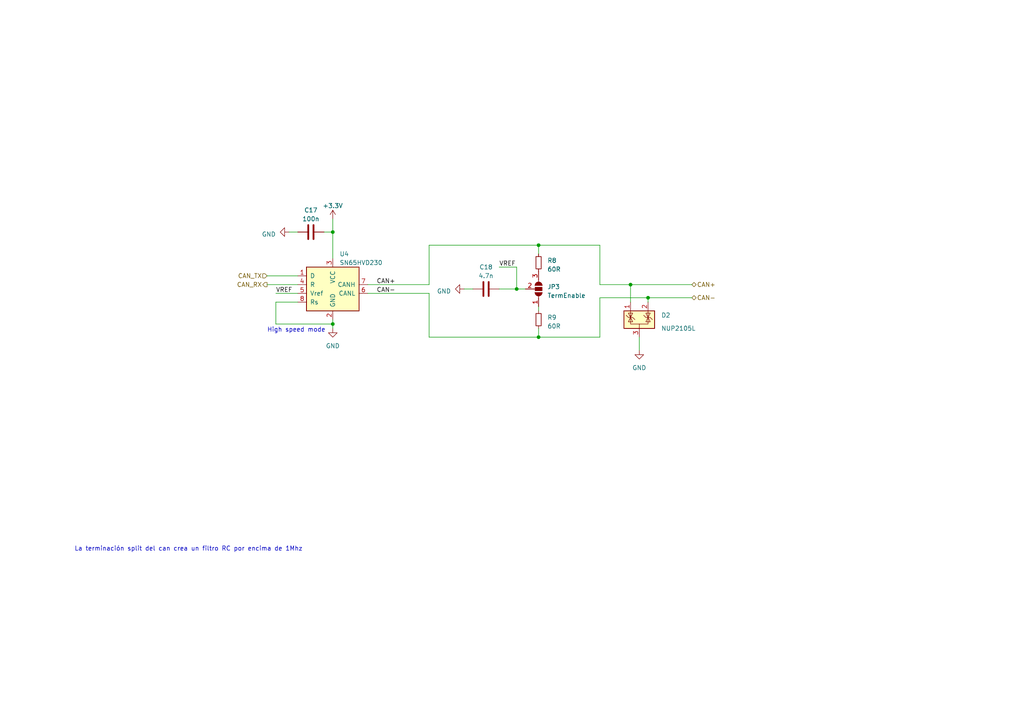
<source format=kicad_sch>
(kicad_sch (version 20230121) (generator eeschema)
  (paper "A4")
  (lib_symbols
    (symbol "Device:C" (pin_numbers hide) (pin_names (offset 0.254))
      (property "Reference" "C" (at 0.635 2.54 0))
      (property "Value" "C" (at 0.635 -2.54 0))
      (symbol "C_0_1"
        (polyline (pts (xy -2.032 -0.762) (xy 2.032 -0.762)) (stroke (width 0.508)))
        (polyline (pts (xy -2.032 0.762) (xy 2.032 0.762)) (stroke (width 0.508)))
      )
      (symbol "C_1_1"
        (pin passive line (at 0 3.81 270) (length 2.794) (name "~") (number "1"))
        (pin passive line (at 0 -3.81 90) (length 2.794) (name "~") (number "2"))
      )
    )
    (symbol "Device:R_Small" (pin_numbers hide) (pin_names (offset 0.254) hide)
      (property "Reference" "R" (at 0.762 0.508 0))
      (property "Value" "R_Small" (at 0.762 -1.016 0))
      (symbol "R_Small_0_1"
        (rectangle (start -0.762 1.778) (end 0.762 -1.778) (stroke (width 0.2032)))
      )
      (symbol "R_Small_1_1"
        (pin passive line (at 0 2.54 270) (length 0.762) (name "~") (number "1"))
        (pin passive line (at 0 -2.54 90) (length 0.762) (name "~") (number "2"))
      )
    )
    (symbol "Interface_CAN_LIN:SN65HVD230" (pin_names (offset 1.016))
      (property "Reference" "U" (at -2.54 10.16 0))
      (property "Value" "SN65HVD230" (at -2.54 7.62 0))
      (symbol "SN65HVD230_0_1"
        (rectangle (start -7.62 5.08) (end 7.62 -7.62) (stroke (width 0.254)) (fill (type background)))
      )
      (symbol "SN65HVD230_1_1"
        (pin input line (at -10.16 2.54 0) (length 2.54) (name "D") (number "1"))
        (pin power_in line (at 0 -10.16 90) (length 2.54) (name "GND") (number "2"))
        (pin power_in line (at 0 7.62 270) (length 2.54) (name "VCC") (number "3"))
        (pin output line (at -10.16 0 0) (length 2.54) (name "R") (number "4"))
        (pin output line (at -10.16 -2.54 0) (length 2.54) (name "Vref") (number "5"))
        (pin bidirectional line (at 10.16 -2.54 180) (length 2.54) (name "CANL") (number "6"))
        (pin bidirectional line (at 10.16 0 180) (length 2.54) (name "CANH") (number "7"))
        (pin input line (at -10.16 -5.08 0) (length 2.54) (name "Rs") (number "8"))
      )
    )
    (symbol "Jumper:SolderJumper_3_Open" (pin_names (offset 0) hide)
      (property "Reference" "JP" (at -2.54 -2.54 0))
      (property "Value" "SolderJumper_3_Open" (at 0 2.794 0))
      (symbol "SolderJumper_3_Open_0_1"
        (arc (start -1.016 1.016) (mid -2.0276 0) (end -1.016 -1.016))
        (arc (start -1.016 1.016) (mid -2.0276 0) (end -1.016 -1.016) (fill (type outline)))
        (rectangle (start -0.508 1.016) (end 0.508 -1.016) (fill (type outline)))
        (polyline (pts (xy -2.54 0) (xy -2.032 0)))
        (polyline (pts (xy -1.016 1.016) (xy -1.016 -1.016)))
        (polyline (pts (xy 0 -1.27) (xy 0 -1.016)))
        (polyline (pts (xy 1.016 1.016) (xy 1.016 -1.016)))
        (polyline (pts (xy 2.54 0) (xy 2.032 0)))
        (arc (start 1.016 -1.016) (mid 2.0276 0) (end 1.016 1.016))
        (arc (start 1.016 -1.016) (mid 2.0276 0) (end 1.016 1.016) (fill (type outline)))
      )
      (symbol "SolderJumper_3_Open_1_1"
        (pin passive line (at -5.08 0 0) (length 2.54) (name "A") (number "1"))
        (pin passive line (at 0 -3.81 90) (length 2.54) (name "C") (number "2"))
        (pin passive line (at 5.08 0 180) (length 2.54) (name "B") (number "3"))
      )
    )
    (symbol "Power_Protection:NUP2105L" (pin_names hide)
      (property "Reference" "D" (at 5.715 2.54 0))
      (property "Value" "NUP2105L" (at 5.715 0.635 0))
      (symbol "NUP2105L_0_0"
        (pin passive line (at 0 -5.08 90) (length 2.54) (name "A") (number "3"))
      )
      (symbol "NUP2105L_0_1"
        (rectangle (start -4.445 2.54) (end 4.445 -2.54) (stroke (width 0.254)) (fill (type background)))
        (polyline (pts (xy -2.54 2.54) (xy -2.54 0.635)))
        (polyline (pts (xy 0 -1.27) (xy 0 -2.54)))
        (polyline (pts (xy 2.54 2.54) (xy 2.54 0.635)))
        (polyline (pts (xy -3.81 1.27) (xy -3.175 0.635) (xy -1.905 0.635) (xy -1.27 0)))
        (polyline (pts (xy -2.54 0.635) (xy -2.54 -1.27) (xy 2.54 -1.27) (xy 2.54 0.635)))
        (polyline (pts (xy -2.54 0.635) (xy -1.905 -0.635) (xy -3.175 -0.635) (xy -2.54 0.635)))
        (polyline (pts (xy 2.54 0.635) (xy 1.905 -0.635) (xy 3.175 -0.635) (xy 2.54 0.635)))
        (polyline (pts (xy 2.54 0.635) (xy 3.175 1.905) (xy 1.905 1.905) (xy 2.54 0.635)))
        (polyline (pts (xy -2.54 0.635) (xy -3.175 1.905) (xy -1.905 1.905) (xy -2.54 0.635) (xy -2.54 1.27)))
        (polyline (pts (xy 1.27 1.27) (xy 1.905 0.635) (xy 2.54 0.635) (xy 3.175 0.635) (xy 3.81 0)))
      )
      (symbol "NUP2105L_1_1"
        (pin passive line (at -2.54 5.08 270) (length 2.54) (name "K") (number "1"))
        (pin passive line (at 2.54 5.08 270) (length 2.54) (name "K") (number "2"))
      )
    )
    (symbol "power:+3.3V" (power) (pin_names (offset 0))
      (property "Value" "+3.3V" (at 0 3.556 0))
      (symbol "+3.3V_0_1"
        (polyline (pts (xy -0.762 1.27) (xy 0 2.54)))
        (polyline (pts (xy 0 0) (xy 0 2.54)))
        (polyline (pts (xy 0 2.54) (xy 0.762 1.27)))
      )
      (symbol "+3.3V_1_1"
        (pin power_in line (at 0 0 90) (length 0) hide (name "+3.3V") (number "1"))
      )
    )
    (symbol "power:GND" (power) (pin_names (offset 0))
      (property "Value" "GND" (at 0 -3.81 0))
      (symbol "GND_0_1"
        (polyline (pts (xy 0 0) (xy 0 -1.27) (xy 1.27 -1.27) (xy 0 -2.54) (xy -1.27 -1.27) (xy 0 -1.27)))
      )
      (symbol "GND_1_1"
        (pin power_in line (at 0 0 270) (length 0) hide (name "GND") (number "1"))
      )
    )
  )
  (junction (at 96.52 93.98))
  (junction (at 187.96 86.36))
  (junction (at 156.21 97.79))
  (junction (at 149.86 83.82))
  (junction (at 96.52 67.31))
  (junction (at 156.21 71.12))
  (junction (at 182.88 82.55))
  (wire (pts (xy 187.96 86.36) (xy 187.96 87.63)))
  (wire (pts (xy 156.21 97.79) (xy 173.99 97.79)))
  (wire (pts (xy 149.86 83.82) (xy 152.4 83.82)))
  (wire (pts (xy 77.47 80.01) (xy 86.36 80.01)))
  (wire (pts (xy 173.99 97.79) (xy 173.99 86.36)))
  (wire (pts (xy 156.21 71.12) (xy 173.99 71.12)))
  (wire (pts (xy 144.78 77.47) (xy 149.86 77.47)))
  (wire (pts (xy 96.52 67.31) (xy 96.52 74.93)))
  (wire (pts (xy 93.98 67.31) (xy 96.52 67.31)))
  (wire (pts (xy 77.47 82.55) (xy 86.36 82.55)))
  (wire (pts (xy 156.21 71.12) (xy 156.21 73.66)))
  (wire (pts (xy 156.21 90.17) (xy 156.21 88.9)))
  (wire (pts (xy 80.01 87.63) (xy 80.01 93.98)))
  (wire (pts (xy 144.78 83.82) (xy 149.86 83.82)))
  (wire (pts (xy 134.62 83.82) (xy 137.16 83.82)))
  (wire (pts (xy 106.68 82.55) (xy 124.46 82.55)))
  (wire (pts (xy 173.99 71.12) (xy 173.99 82.55)))
  (wire (pts (xy 173.99 86.36) (xy 187.96 86.36)))
  (wire (pts (xy 124.46 85.09) (xy 124.46 97.79)))
  (wire (pts (xy 124.46 71.12) (xy 156.21 71.12)))
  (wire (pts (xy 96.52 93.98) (xy 96.52 92.71)))
  (wire (pts (xy 80.01 93.98) (xy 96.52 93.98)))
  (wire (pts (xy 86.36 87.63) (xy 80.01 87.63)))
  (wire (pts (xy 96.52 95.25) (xy 96.52 93.98)))
  (wire (pts (xy 156.21 97.79) (xy 156.21 95.25)))
  (wire (pts (xy 149.86 83.82) (xy 149.86 77.47)))
  (wire (pts (xy 80.01 85.09) (xy 86.36 85.09)))
  (wire (pts (xy 187.96 86.36) (xy 200.66 86.36)))
  (wire (pts (xy 106.68 85.09) (xy 124.46 85.09)))
  (wire (pts (xy 124.46 82.55) (xy 124.46 71.12)))
  (wire (pts (xy 83.82 67.31) (xy 86.36 67.31)))
  (wire (pts (xy 182.88 82.55) (xy 182.88 87.63)))
  (wire (pts (xy 173.99 82.55) (xy 182.88 82.55)))
  (wire (pts (xy 182.88 82.55) (xy 200.66 82.55)))
  (wire (pts (xy 185.42 101.6) (xy 185.42 97.79)))
  (wire (pts (xy 96.52 63.5) (xy 96.52 67.31)))
  (wire (pts (xy 124.46 97.79) (xy 156.21 97.79)))
  (text "High speed mode" (at 77.47 96.52 0) (effects (font (size 1.27 1.27)) (justify left bottom)))
  (text "La terminación split del can crea un filtro RC por encima de 1Mhz" (at 21.59 160.02 0) (effects (font (size 1.27 1.27)) (justify left bottom)))
  (label "CAN+" (at 109.22 82.55 0))
  (label "VREF" (at 144.78 77.47 0))
  (label "CAN-" (at 109.22 85.09 0))
  (label "VREF" (at 80.01 85.09 0))
  (hierarchical_label "CAN_RX" (shape output) (at 77.47 82.55 180))
  (hierarchical_label "CAN-" (shape bidirectional) (at 200.66 86.36 0))
  (hierarchical_label "CAN+" (shape bidirectional) (at 200.66 82.55 0))
  (hierarchical_label "CAN_TX" (shape input) (at 77.47 80.01 180))
  (symbol (lib_id "Interface_CAN_LIN:SN65HVD230") (at 96.52 82.55 0) (unit 1)
    (property "Reference" "U4" (at 98.4759 73.66 0) (effects (justify left)))
    (property "Value" "SN65HVD230" (at 98.4759 76.2 0) (effects (justify left)))
    (property "Footprint" "Package_SO:SOIC-8_3.9x4.9mm_P1.27mm" (effects hide))
    (property "Datasheet" "http://www.ti.com/lit/ds/symlink/sn65hvd230.pdf" (effects hide))
  )
  (symbol (lib_id "Device:C") (at 140.97 83.82 90) (unit 1)
    (property "Reference" "C18" (at 140.97 77.47 90))
    (property "Value" "4.7n" (at 140.97 80.01 90))
    (property "Footprint" "Capacitor_SMD:C_0603_1608Metric" (effects hide))
  )
  (symbol (lib_id "Jumper:SolderJumper_3_Open") (at 156.21 83.82 270) (mirror x) (unit 1)
    (property "Reference" "JP3" (at 158.75 83.185 90) (effects (justify left)))
    (property "Value" "TermEnable" (at 158.75 85.725 90) (effects (justify left)))
    (property "Footprint" "Jumper:SolderJumper-3_P1.3mm_Open_Pad1.0x1.5mm" (effects hide))
  )
  (symbol (lib_id "power:GND") (at 96.52 95.25 0) (unit 1)
    (property "Reference" "#PWR028" (effects hide))
    (property "Value" "GND" (at 96.52 100.33 0))
  )
  (symbol (lib_id "power:GND") (at 185.42 101.6 0) (unit 1)
    (property "Reference" "#PWR030" (effects hide))
    (property "Value" "GND" (at 185.42 106.68 0))
  )
  (symbol (lib_id "power:+3.3V") (at 96.52 63.5 0) (unit 1)
    (property "Reference" "#PWR027" (effects hide))
    (property "Value" "+3.3V" (at 96.52 59.69 0))
  )
  (symbol (lib_id "Device:R_Small") (at 156.21 76.2 0) (unit 1)
    (property "Reference" "R8" (at 158.75 75.565 0) (effects (justify left)))
    (property "Value" "60R" (at 158.75 78.105 0) (effects (justify left)))
    (property "Footprint" "Resistor_SMD:R_0603_1608Metric" (effects hide))
  )
  (symbol (lib_id "power:GND") (at 83.82 67.31 270) (unit 1)
    (property "Reference" "#PWR029" (effects hide))
    (property "Value" "GND" (at 80.01 67.945 90) (effects (justify right)))
  )
  (symbol (lib_id "power:GND") (at 134.62 83.82 270) (unit 1)
    (property "Reference" "#PWR031" (effects hide))
    (property "Value" "GND" (at 130.81 84.455 90) (effects (justify right)))
  )
  (symbol (lib_id "Power_Protection:NUP2105L") (at 185.42 92.71 0) (unit 1)
    (property "Reference" "D2" (at 191.77 91.44 0) (effects (justify left)))
    (property "Value" "NUP2105L" (at 191.77 95.25 0) (effects (justify left)))
    (property "Footprint" "Package_TO_SOT_SMD:SOT-23" (effects hide))
    (property "Datasheet" "http://www.onsemi.com/pub_link/Collateral/NUP2105L-D.PDF" (effects hide))
  )
  (symbol (lib_id "Device:R_Small") (at 156.21 92.71 0) (unit 1)
    (property "Reference" "R9" (at 158.75 92.075 0) (effects (justify left)))
    (property "Value" "60R" (at 158.75 94.615 0) (effects (justify left)))
    (property "Footprint" "Resistor_SMD:R_0603_1608Metric" (effects hide))
  )
  (symbol (lib_id "Device:C") (at 90.17 67.31 90) (unit 1)
    (property "Reference" "C17" (at 90.17 60.96 90))
    (property "Value" "100n" (at 90.17 63.5 90))
    (property "Footprint" "Capacitor_SMD:C_0603_1608Metric" (effects hide))
  )
)
</source>
